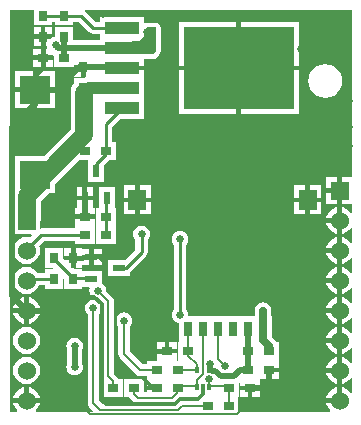
<source format=gbl>
%FSLAX25Y25*%
%MOIN*%
G70*
G01*
G75*
G04 Layer_Physical_Order=2*
G04 Layer_Color=16711680*
%ADD10C,0.03150*%
%ADD11R,0.04134X0.08661*%
%ADD12R,0.03937X0.04331*%
%ADD13R,0.04299X0.02362*%
%ADD14R,0.03500X0.03000*%
%ADD15R,0.02362X0.04299*%
%ADD16R,0.04921X0.07874*%
%ADD17R,0.03000X0.03500*%
%ADD18R,0.09449X0.10236*%
%ADD19O,0.02756X0.09843*%
%ADD20O,0.09843X0.02756*%
%ADD21C,0.01500*%
%ADD22C,0.00800*%
%ADD23C,0.01000*%
%ADD24C,0.02500*%
%ADD25C,0.02000*%
%ADD26C,0.06000*%
%ADD27R,0.06000X0.06000*%
%ADD28C,0.02500*%
%ADD29R,0.05906X0.06693*%
%ADD30R,0.37008X0.27559*%
%ADD31R,0.11811X0.04213*%
%ADD32R,0.10236X0.09449*%
%ADD33R,0.03150X0.05118*%
%ADD34R,0.01181X0.02165*%
%ADD35C,0.01200*%
%ADD36C,0.06000*%
%ADD37C,0.04000*%
G36*
X116173Y80257D02*
X112660D01*
Y75757D01*
Y71258D01*
X116173D01*
Y68372D01*
X115700Y68211D01*
X115120Y68967D01*
X114180Y69688D01*
X113085Y70142D01*
X112660Y70198D01*
Y65756D01*
Y61317D01*
X113085Y61373D01*
X114180Y61827D01*
X115120Y62548D01*
X115700Y63304D01*
X116173Y63143D01*
Y58372D01*
X115700Y58211D01*
X115120Y58967D01*
X114180Y59688D01*
X113085Y60142D01*
X112660Y60198D01*
Y55756D01*
Y51317D01*
X113085Y51373D01*
X114180Y51827D01*
X115120Y52548D01*
X115700Y53304D01*
X116173Y53143D01*
Y48372D01*
X115700Y48211D01*
X115120Y48967D01*
X114180Y49688D01*
X113085Y50142D01*
X112660Y50198D01*
Y45757D01*
Y41317D01*
X113085Y41373D01*
X114180Y41827D01*
X115120Y42548D01*
X115700Y43304D01*
X116173Y43143D01*
Y38372D01*
X115700Y38211D01*
X115120Y38967D01*
X114180Y39688D01*
X113085Y40142D01*
X112660Y40198D01*
Y35756D01*
Y31317D01*
X113085Y31373D01*
X114180Y31827D01*
X115120Y32548D01*
X115700Y33304D01*
X116173Y33143D01*
Y28372D01*
X115700Y28211D01*
X115120Y28967D01*
X114180Y29688D01*
X113085Y30142D01*
X112660Y30198D01*
Y25756D01*
Y21317D01*
X113085Y21373D01*
X114180Y21827D01*
X115120Y22548D01*
X115700Y23304D01*
X116173Y23143D01*
Y18372D01*
X115700Y18211D01*
X115120Y18967D01*
X114180Y19688D01*
X113085Y20142D01*
X112660Y20198D01*
Y15756D01*
Y11317D01*
X113085Y11373D01*
X114180Y11827D01*
X115120Y12548D01*
X115700Y13304D01*
X116173Y13143D01*
Y8372D01*
X115700Y8211D01*
X115120Y8967D01*
X114180Y9688D01*
X113085Y10142D01*
X112660Y10198D01*
Y5756D01*
X111911D01*
Y5007D01*
X107470D01*
X107526Y4583D01*
X107980Y3488D01*
X108701Y2548D01*
X108880Y2411D01*
X108719Y1937D01*
X78160D01*
Y7000D01*
X78260D01*
Y11533D01*
X78689Y11790D01*
X78760Y11752D01*
Y10750D01*
X85260D01*
Y12915D01*
X85260Y12915D01*
X85260Y12915D01*
D01*
X87760D01*
Y15916D01*
X88509D01*
Y16665D01*
X91760D01*
Y18915D01*
X91660D01*
Y19257D01*
X91660D01*
Y25258D01*
X90831D01*
X90812Y25302D01*
X90372Y25876D01*
X89485Y26763D01*
Y33816D01*
X89184D01*
Y35757D01*
X89090Y36475D01*
X88812Y37144D01*
X88372Y37719D01*
X87797Y38160D01*
X87128Y38437D01*
X86410Y38531D01*
X85692Y38437D01*
X85023Y38160D01*
X84449Y37719D01*
X84008Y37144D01*
X83731Y36475D01*
X83636Y35757D01*
Y33816D01*
X61825D01*
X61495Y34192D01*
X61523Y34399D01*
X61428Y35117D01*
X61151Y35786D01*
X60788Y36259D01*
Y57643D01*
X61151Y58116D01*
X61428Y58785D01*
X61523Y59503D01*
X61428Y60221D01*
X61151Y60890D01*
X60710Y61464D01*
X60136Y61905D01*
X59467Y62182D01*
X58749Y62277D01*
X58031Y62182D01*
X57362Y61905D01*
X56788Y61464D01*
X56347Y60890D01*
X56070Y60221D01*
X55975Y59503D01*
X56070Y58785D01*
X56347Y58116D01*
X56710Y57643D01*
Y36259D01*
X56347Y35786D01*
X56070Y35117D01*
X55975Y34399D01*
X56070Y33681D01*
X56347Y33012D01*
X56788Y32438D01*
X57362Y31997D01*
X58031Y31720D01*
X58335Y31680D01*
Y25698D01*
X58335D01*
Y25433D01*
X58160Y25258D01*
X58160D01*
Y19257D01*
D01*
Y19257D01*
X57818Y18915D01*
X57660D01*
Y18915D01*
Y19257D01*
X57660Y19268D01*
X57660D01*
D01*
Y19268D01*
X57660D01*
D01*
Y21508D01*
X51160D01*
Y19268D01*
X51160Y19268D01*
X51160D01*
X51160Y19257D01*
X50818Y18915D01*
X47660D01*
Y17852D01*
X46298D01*
X42048Y22102D01*
Y30420D01*
X42072Y30439D01*
X42512Y31013D01*
X42790Y31682D01*
X42884Y32400D01*
X42790Y33118D01*
X42512Y33787D01*
X42072Y34361D01*
X41497Y34802D01*
X40828Y35079D01*
X40110Y35174D01*
X39392Y35079D01*
X38723Y34802D01*
X38149Y34361D01*
X37708Y33787D01*
X37431Y33118D01*
X37337Y32400D01*
X37431Y31682D01*
X37708Y31013D01*
X38149Y30439D01*
X38173Y30420D01*
Y21300D01*
X38173Y21300D01*
X38173D01*
X38320Y20559D01*
X38740Y19930D01*
X44126Y14545D01*
X44754Y14125D01*
X45495Y13978D01*
X47660D01*
Y12915D01*
Y10750D01*
X50911D01*
Y9250D01*
X47660D01*
Y8637D01*
X46660D01*
Y13000D01*
X40160D01*
Y7000D01*
X41726D01*
X42040Y6530D01*
X43240Y5330D01*
X43426Y5206D01*
X43281Y4728D01*
X32994D01*
X31829Y5893D01*
Y34555D01*
X31853Y34573D01*
X32294Y35148D01*
X32383Y35361D01*
X32873Y35264D01*
Y13800D01*
X33020Y13059D01*
X33160Y12849D01*
Y7000D01*
X39660D01*
Y13000D01*
X38161D01*
X37780Y13570D01*
X36748Y14602D01*
Y38917D01*
X36600Y39658D01*
X36180Y40286D01*
X34062Y42404D01*
X34066Y42435D01*
X33971Y43152D01*
X33694Y43821D01*
X33253Y44396D01*
X32860Y44698D01*
Y48939D01*
X26210D01*
Y49507D01*
X23583D01*
X23305Y49923D01*
X23340Y50007D01*
X22687D01*
X22460Y50234D01*
Y52508D01*
X20210D01*
Y53137D01*
X20126Y53102D01*
X19710Y53380D01*
Y56507D01*
X13710D01*
Y50007D01*
X16523D01*
X16801Y49592D01*
X16766Y49507D01*
X13710D01*
Y48297D01*
X11303D01*
X10789Y48967D01*
X9849Y49688D01*
X8754Y50142D01*
X7580Y50296D01*
X6405Y50142D01*
X5310Y49688D01*
X4370Y48967D01*
X3649Y48027D01*
X3195Y46932D01*
X3041Y45757D01*
X3195Y44583D01*
X3649Y43488D01*
X4370Y42548D01*
X5310Y41827D01*
X6405Y41373D01*
X7580Y41219D01*
X8754Y41373D01*
X9849Y41827D01*
X10789Y42548D01*
X11510Y43488D01*
X11813Y44218D01*
X13710D01*
Y43007D01*
X19710D01*
Y46563D01*
X19794Y46598D01*
X20210Y46320D01*
Y43007D01*
X26210D01*
Y43576D01*
X28339D01*
X28616Y43161D01*
X28613Y43152D01*
X28518Y42435D01*
X28613Y41717D01*
X28890Y41048D01*
X29331Y40473D01*
X29905Y40033D01*
X30574Y39755D01*
X31292Y39661D01*
X31322Y39665D01*
X31891Y39096D01*
X31562Y38720D01*
X31279Y38937D01*
X30610Y39214D01*
X29892Y39308D01*
X29174Y39214D01*
X28505Y38937D01*
X27931Y38496D01*
X27490Y37922D01*
X27213Y37253D01*
X27118Y36535D01*
X27213Y35817D01*
X27490Y35148D01*
X27931Y34573D01*
X27955Y34555D01*
Y5091D01*
X27955Y5091D01*
X27955D01*
X28102Y4349D01*
X28522Y3721D01*
X29844Y2399D01*
X29653Y1937D01*
X10771D01*
X10610Y2411D01*
X10789Y2548D01*
X11510Y3488D01*
X11964Y4583D01*
X12020Y5007D01*
X3139D01*
X3195Y4583D01*
X3649Y3488D01*
X4370Y2548D01*
X4549Y2411D01*
X4388Y1937D01*
X1937D01*
Y135858D01*
X10110D01*
Y130850D01*
X16110D01*
Y132061D01*
X17110D01*
Y130850D01*
X23110D01*
Y132061D01*
X24833D01*
X28307Y128587D01*
X28307D01*
X28307Y128587D01*
X28307D01*
X28307Y128587D01*
Y128587D01*
X28307Y128587D01*
Y128587D01*
X28969Y128145D01*
X29749Y127990D01*
X32005D01*
Y126423D01*
Y125885D01*
X23110D01*
Y130350D01*
X17110D01*
Y126913D01*
X16531Y126837D01*
X16526Y126835D01*
X16110Y127112D01*
Y126663D01*
X15862Y126560D01*
X15588Y126350D01*
X13860D01*
Y123850D01*
X14287D01*
X14493Y123395D01*
X14235Y123100D01*
X13860D01*
Y120850D01*
X16360D01*
Y120942D01*
X16431Y120980D01*
X16860Y120723D01*
Y117100D01*
X23214D01*
X23568Y116747D01*
Y117665D01*
X26569D01*
Y116916D01*
X27318D01*
Y113665D01*
X26901D01*
X26924Y113551D01*
X26606Y113165D01*
X23568D01*
Y111566D01*
X22880Y110669D01*
X22426Y109575D01*
X22271Y108400D01*
Y96080D01*
X13500Y87309D01*
X3792D01*
Y76186D01*
X3779Y76169D01*
X3592Y75716D01*
X3326Y75075D01*
X3171Y73900D01*
X3171Y73900D01*
X3171D01*
X3171Y73900D01*
X3171D01*
Y70258D01*
X3080D01*
Y61257D01*
X9173D01*
X9364Y60795D01*
X8716Y60147D01*
X7580Y60296D01*
X6405Y60142D01*
X5310Y59688D01*
X4370Y58967D01*
X3649Y58027D01*
X3195Y56932D01*
X3041Y55757D01*
X3195Y54583D01*
X3649Y53488D01*
X4370Y52548D01*
X5310Y51827D01*
X6405Y51373D01*
X7580Y51219D01*
X8754Y51373D01*
X9849Y51827D01*
X10789Y52548D01*
X11510Y53488D01*
X11964Y54583D01*
X12118Y55757D01*
X11964Y56932D01*
X11760Y57424D01*
X13397Y59061D01*
X23860D01*
Y58100D01*
X30360D01*
Y64100D01*
Y66350D01*
X23860D01*
Y64100D01*
Y63139D01*
X12553D01*
X12466Y63122D01*
X12079Y63439D01*
Y65047D01*
X12094Y65083D01*
X12249Y66258D01*
Y72020D01*
X15089Y74860D01*
X17028D01*
Y77999D01*
X25129Y86100D01*
X27989D01*
Y85994D01*
X27989D01*
Y78694D01*
X33351D01*
Y84357D01*
X35094Y86100D01*
X37360D01*
Y92100D01*
X36149D01*
Y97113D01*
X38688Y99651D01*
X46816D01*
Y106344D01*
Y113037D01*
Y115893D01*
X39409D01*
Y117393D01*
X46816D01*
Y119628D01*
X49749D01*
X50334Y119745D01*
X50830Y120076D01*
X51830Y121076D01*
X52162Y121572D01*
X52278Y122158D01*
Y130157D01*
X52162Y130743D01*
X51830Y131239D01*
X51334Y131570D01*
X50749Y131687D01*
X47749D01*
X47202Y131578D01*
X46816Y131895D01*
Y133635D01*
X32005D01*
Y132068D01*
X30593D01*
X27120Y135542D01*
X27216Y135858D01*
X116173D01*
Y80257D01*
D02*
G37*
G36*
X50749Y122158D02*
X49749Y121158D01*
X42749D01*
Y122158D01*
Y125657D01*
X45249D01*
X46749Y127157D01*
Y128657D01*
Y129157D01*
X47749Y130157D01*
X50749D01*
Y122158D01*
D02*
G37*
%LPC*%
G36*
X111160Y40198D02*
X110735Y40142D01*
X109641Y39688D01*
X108701Y38967D01*
X107980Y38027D01*
X107526Y36932D01*
X107470Y36507D01*
X111160D01*
Y40198D01*
D02*
G37*
G36*
Y45008D02*
X107470D01*
X107526Y44583D01*
X107980Y43488D01*
X108701Y42548D01*
X109641Y41827D01*
X110735Y41373D01*
X111160Y41317D01*
Y45008D01*
D02*
G37*
G36*
Y50198D02*
X110735Y50142D01*
X109641Y49688D01*
X108701Y48967D01*
X107980Y48027D01*
X107526Y46932D01*
X107470Y46507D01*
X111160D01*
Y50198D01*
D02*
G37*
G36*
X8330Y40198D02*
Y36507D01*
X12020D01*
X11964Y36932D01*
X11510Y38027D01*
X10789Y38967D01*
X9849Y39688D01*
X8754Y40142D01*
X8330Y40198D01*
D02*
G37*
G36*
X111160Y35008D02*
X107470D01*
X107526Y34583D01*
X107980Y33488D01*
X108701Y32548D01*
X109641Y31827D01*
X110735Y31373D01*
X111160Y31317D01*
Y35008D01*
D02*
G37*
G36*
X6830Y40198D02*
X6405Y40142D01*
X5310Y39688D01*
X4370Y38967D01*
X3649Y38027D01*
X3195Y36932D01*
X3139Y36507D01*
X6830D01*
Y40198D01*
D02*
G37*
G36*
X12020Y35008D02*
X8330D01*
Y31317D01*
X8754Y31373D01*
X9849Y31827D01*
X10789Y32548D01*
X11510Y33488D01*
X11964Y34583D01*
X12020Y35008D01*
D02*
G37*
G36*
X26210Y56507D02*
X23960D01*
Y53256D01*
Y50007D01*
X26210D01*
Y51057D01*
X28460D01*
Y53737D01*
Y56419D01*
X26210D01*
Y56507D01*
D02*
G37*
G36*
X45910Y64031D02*
X45192Y63937D01*
X44523Y63660D01*
X43949Y63219D01*
X43508Y62644D01*
X43231Y61975D01*
X43137Y61257D01*
X43231Y60540D01*
X43508Y59871D01*
X43871Y59398D01*
Y56102D01*
X40448Y52679D01*
X34647D01*
Y47317D01*
X41946D01*
Y48458D01*
X42092Y48556D01*
X47352Y53816D01*
X47794Y54477D01*
X47949Y55257D01*
D01*
D01*
D01*
D01*
D01*
X47949D01*
D01*
D01*
D01*
D01*
Y55257D01*
X47949D01*
D01*
Y55257D01*
D01*
D01*
D01*
D01*
D01*
D01*
D01*
D01*
D01*
D01*
D01*
D01*
Y55257D01*
D01*
X47949D01*
D01*
D01*
D01*
D01*
X47949Y55257D01*
Y59398D01*
X48312Y59871D01*
X48590Y60540D01*
X48684Y61257D01*
X48590Y61975D01*
X48312Y62644D01*
X47872Y63219D01*
X47297Y63660D01*
X46628Y63937D01*
X45910Y64031D01*
D02*
G37*
G36*
X111160Y60198D02*
X110735Y60142D01*
X109641Y59688D01*
X108701Y58967D01*
X107980Y58027D01*
X107526Y56932D01*
X107470Y56507D01*
X111160D01*
Y60198D01*
D02*
G37*
G36*
X37091Y76907D02*
X31729D01*
Y70100D01*
X30860D01*
Y64100D01*
Y58100D01*
X37360D01*
Y64100D01*
Y70100D01*
X37091D01*
Y76907D01*
D02*
G37*
G36*
X32860Y56419D02*
X29960D01*
Y54488D01*
X32860D01*
Y56419D01*
D02*
G37*
G36*
Y52988D02*
X29960D01*
Y51057D01*
X32860D01*
Y52988D01*
D02*
G37*
G36*
X111160Y55007D02*
X107470D01*
X107526Y54583D01*
X107980Y53488D01*
X108701Y52548D01*
X109641Y51827D01*
X110735Y51373D01*
X111160Y51317D01*
Y55007D01*
D02*
G37*
G36*
X22460Y56507D02*
X20210D01*
Y54008D01*
X22460D01*
Y56507D01*
D02*
G37*
G36*
X6830Y35008D02*
X3139D01*
X3195Y34583D01*
X3649Y33488D01*
X4370Y32548D01*
X5310Y31827D01*
X6405Y31373D01*
X6830Y31317D01*
Y35008D01*
D02*
G37*
G36*
X85260Y9250D02*
X82760D01*
Y7000D01*
X85260D01*
Y9250D01*
D02*
G37*
G36*
X7580Y20296D02*
X6405Y20142D01*
X5310Y19688D01*
X4370Y18967D01*
X3649Y18027D01*
X3195Y16932D01*
X3041Y15757D01*
X3195Y14583D01*
X3649Y13488D01*
X4370Y12548D01*
X5310Y11827D01*
X6405Y11373D01*
X7580Y11219D01*
X8754Y11373D01*
X9849Y11827D01*
X10789Y12548D01*
X11510Y13488D01*
X11964Y14583D01*
X12118Y15757D01*
X11964Y16932D01*
X11510Y18027D01*
X10789Y18967D01*
X9849Y19688D01*
X8754Y20142D01*
X7580Y20296D01*
D02*
G37*
G36*
X111160Y15008D02*
X107470D01*
X107526Y14583D01*
X107980Y13488D01*
X108701Y12548D01*
X109641Y11827D01*
X110735Y11373D01*
X111160Y11317D01*
Y15008D01*
D02*
G37*
G36*
X81260Y9250D02*
X78760D01*
Y7000D01*
X81260D01*
Y9250D01*
D02*
G37*
G36*
X6830Y10198D02*
X6405Y10142D01*
X5310Y9688D01*
X4370Y8967D01*
X3649Y8027D01*
X3195Y6932D01*
X3139Y6508D01*
X6830D01*
Y10198D01*
D02*
G37*
G36*
X8330D02*
Y6508D01*
X12020D01*
X11964Y6932D01*
X11510Y8027D01*
X10789Y8967D01*
X9849Y9688D01*
X8754Y10142D01*
X8330Y10198D01*
D02*
G37*
G36*
X111160D02*
X110735Y10142D01*
X109641Y9688D01*
X108701Y8967D01*
X107980Y8027D01*
X107526Y6932D01*
X107470Y6508D01*
X111160D01*
Y10198D01*
D02*
G37*
G36*
X91760Y15165D02*
X89260D01*
Y12915D01*
X91760D01*
Y15165D01*
D02*
G37*
G36*
X53660Y25258D02*
X51160D01*
Y23008D01*
X53660D01*
Y25258D01*
D02*
G37*
G36*
X57660D02*
X55160D01*
Y23008D01*
X57660D01*
Y25258D01*
D02*
G37*
G36*
X111160Y30198D02*
X110735Y30142D01*
X109641Y29688D01*
X108701Y28967D01*
X107980Y28027D01*
X107526Y26932D01*
X107470Y26507D01*
X111160D01*
Y30198D01*
D02*
G37*
G36*
Y25008D02*
X107470D01*
X107526Y24583D01*
X107980Y23488D01*
X108701Y22548D01*
X109641Y21827D01*
X110735Y21373D01*
X111160Y21317D01*
Y25008D01*
D02*
G37*
G36*
X23610Y26774D02*
X22892Y26679D01*
X22223Y26402D01*
X21649Y25961D01*
X21208Y25387D01*
X20931Y24718D01*
X20836Y24000D01*
X20931Y23282D01*
X21061Y22968D01*
Y18032D01*
X20931Y17718D01*
X20836Y17000D01*
X20931Y16282D01*
X21208Y15613D01*
X21649Y15039D01*
X22223Y14598D01*
X22892Y14321D01*
X23610Y14226D01*
X24328Y14321D01*
X24997Y14598D01*
X25572Y15039D01*
X26012Y15613D01*
X26289Y16282D01*
X26384Y17000D01*
X26289Y17718D01*
X26159Y18032D01*
Y22968D01*
X26289Y23282D01*
X26384Y24000D01*
X26289Y24718D01*
X26012Y25387D01*
X25572Y25961D01*
X24997Y26402D01*
X24328Y26679D01*
X23610Y26774D01*
D02*
G37*
G36*
X111160Y20198D02*
X110735Y20142D01*
X109641Y19688D01*
X108701Y18967D01*
X107980Y18027D01*
X107526Y16932D01*
X107470Y16508D01*
X111160D01*
Y20198D01*
D02*
G37*
G36*
X7580Y30296D02*
X6405Y30142D01*
X5310Y29688D01*
X4370Y28967D01*
X3649Y28027D01*
X3195Y26932D01*
X3041Y25758D01*
X3195Y24583D01*
X3649Y23488D01*
X4370Y22548D01*
X5310Y21827D01*
X6405Y21373D01*
X7580Y21219D01*
X8754Y21373D01*
X9849Y21827D01*
X10789Y22548D01*
X11510Y23488D01*
X11964Y24583D01*
X12118Y25758D01*
X11964Y26932D01*
X11510Y28027D01*
X10789Y28967D01*
X9849Y29688D01*
X8754Y30142D01*
X7580Y30296D01*
D02*
G37*
G36*
X9660Y115655D02*
X3792D01*
Y110181D01*
X9660D01*
Y115655D01*
D02*
G37*
G36*
X17028D02*
X11160D01*
Y110181D01*
X17028D01*
Y115655D01*
D02*
G37*
G36*
X25818Y116165D02*
X23568D01*
Y113665D01*
X25818D01*
Y116165D01*
D02*
G37*
G36*
X107112Y117955D02*
X105649Y117762D01*
X104285Y117197D01*
X103113Y116299D01*
X102215Y115128D01*
X101650Y113764D01*
X101457Y112300D01*
X101650Y110836D01*
X102215Y109473D01*
X103113Y108301D01*
X104285Y107403D01*
X105649Y106838D01*
X107112Y106645D01*
X108576Y106838D01*
X109940Y107403D01*
X111111Y108301D01*
X112010Y109473D01*
X112575Y110836D01*
X112767Y112300D01*
X112575Y113764D01*
X112010Y115128D01*
X111111Y116299D01*
X109940Y117197D01*
X108576Y117762D01*
X107112Y117955D01*
D02*
G37*
G36*
X98302Y115933D02*
X79048D01*
Y101403D01*
X98302D01*
Y115933D01*
D02*
G37*
G36*
X9660Y108681D02*
X3792D01*
Y103206D01*
X9660D01*
Y108681D01*
D02*
G37*
G36*
X17028D02*
X11160D01*
Y103206D01*
X17028D01*
Y108681D01*
D02*
G37*
G36*
X12360Y119350D02*
X9860D01*
Y117100D01*
X12360D01*
Y119350D01*
D02*
G37*
G36*
Y126350D02*
X10110D01*
Y123850D01*
X12360D01*
Y126350D01*
D02*
G37*
G36*
Y130350D02*
X10110D01*
Y127850D01*
X12360D01*
Y130350D01*
D02*
G37*
G36*
X16110D02*
X13860D01*
Y127850D01*
X16110D01*
Y130350D01*
D02*
G37*
G36*
X12360Y123100D02*
X9860D01*
Y120850D01*
X12360D01*
Y123100D01*
D02*
G37*
G36*
X16360Y119350D02*
X13860D01*
Y117100D01*
X16360D01*
Y119350D01*
D02*
G37*
G36*
X77548Y131962D02*
X58294D01*
Y117433D01*
X77548D01*
Y131962D01*
D02*
G37*
G36*
X98302D02*
X79048D01*
Y117433D01*
X98302D01*
Y131962D01*
D02*
G37*
G36*
X77548Y115933D02*
X58294D01*
Y101403D01*
X77548D01*
Y115933D01*
D02*
G37*
G36*
X100503Y71921D02*
X96800D01*
Y67824D01*
X100503D01*
Y71921D01*
D02*
G37*
G36*
X105705D02*
X102003D01*
Y67824D01*
X105705D01*
Y71921D01*
D02*
G37*
G36*
X29611Y72508D02*
X24249D01*
Y70100D01*
X23860D01*
Y67850D01*
X30360D01*
Y70100D01*
X29611D01*
Y72508D01*
D02*
G37*
G36*
X49013Y71921D02*
X45310D01*
Y67824D01*
X49013D01*
Y71921D01*
D02*
G37*
G36*
X111160Y65008D02*
X107470D01*
X107526Y64583D01*
X107980Y63488D01*
X108701Y62548D01*
X109641Y61827D01*
X110735Y61373D01*
X111160Y61317D01*
Y65008D01*
D02*
G37*
G36*
Y70198D02*
X110735Y70142D01*
X109641Y69688D01*
X108701Y68967D01*
X107980Y68027D01*
X107526Y66932D01*
X107470Y66508D01*
X111160D01*
Y70198D01*
D02*
G37*
G36*
X43810Y71921D02*
X40107D01*
Y67824D01*
X43810D01*
Y71921D01*
D02*
G37*
G36*
X111160Y75007D02*
X107410D01*
Y71258D01*
X111160D01*
Y75007D01*
D02*
G37*
G36*
X26180Y76907D02*
X24249D01*
Y74007D01*
X26180D01*
Y76907D01*
D02*
G37*
G36*
X29611D02*
X27680D01*
Y74007D01*
X29611D01*
Y76907D01*
D02*
G37*
G36*
X111160Y80257D02*
X107410D01*
Y76508D01*
X111160D01*
Y80257D01*
D02*
G37*
G36*
X105705Y77517D02*
X102003D01*
Y73421D01*
X105705D01*
Y77517D01*
D02*
G37*
G36*
X43810D02*
X40107D01*
Y73421D01*
X43810D01*
Y77517D01*
D02*
G37*
G36*
X49013D02*
X45310D01*
Y73421D01*
X49013D01*
Y77517D01*
D02*
G37*
G36*
X100503D02*
X96800D01*
Y73421D01*
X100503D01*
Y77517D01*
D02*
G37*
%LPD*%
D13*
X29210Y46257D02*
D03*
Y53738D02*
D03*
X38297Y49998D02*
D03*
D14*
X43410Y10000D02*
D03*
X36410D02*
D03*
X20110Y120100D02*
D03*
X13110D02*
D03*
X34110Y89100D02*
D03*
X27110D02*
D03*
Y67100D02*
D03*
X34110D02*
D03*
X27110Y61100D02*
D03*
X34110D02*
D03*
X54410Y22257D02*
D03*
X81410D02*
D03*
X88410D02*
D03*
X50910Y10000D02*
D03*
X67910Y4000D02*
D03*
X74910D02*
D03*
X50910Y15915D02*
D03*
X57910D02*
D03*
X88510D02*
D03*
X61410Y22257D02*
D03*
X82010Y10000D02*
D03*
X75010D02*
D03*
X57910D02*
D03*
X81510Y15915D02*
D03*
D15*
X30670Y82344D02*
D03*
X34410Y73257D02*
D03*
X26930D02*
D03*
D17*
X26568Y109915D02*
D03*
Y116915D02*
D03*
X23210Y53258D02*
D03*
Y46257D02*
D03*
X16710Y53258D02*
D03*
Y46257D02*
D03*
X13110Y134100D02*
D03*
Y127100D02*
D03*
X20110Y134100D02*
D03*
Y127100D02*
D03*
D21*
X42510Y36600D02*
X44210Y34900D01*
Y23200D02*
Y34900D01*
Y23200D02*
X45153Y22257D01*
X54410D01*
X13110Y116900D02*
Y120100D01*
X10410Y114200D02*
X13110Y116900D01*
Y120100D02*
Y127100D01*
X26548Y53738D02*
X29210D01*
X26068Y53258D02*
X26548Y53738D01*
X23210Y53258D02*
X26068D01*
X10410Y109431D02*
Y114200D01*
Y109431D02*
X17441D01*
D22*
X82010Y5610D02*
Y10000D01*
X28810Y1400D02*
X77800D01*
X82010Y5610D01*
X25010Y36900D02*
Y40200D01*
X31292Y42435D02*
X34810Y38917D01*
Y13800D02*
X36410Y12200D01*
X34810Y13800D02*
Y38917D01*
X36410Y10000D02*
Y12200D01*
X40110Y21300D02*
Y32400D01*
X29892Y5091D02*
Y36535D01*
X40110Y21300D02*
X45495Y15915D01*
X50910D01*
X26810Y3400D02*
Y35100D01*
Y3400D02*
X28810Y1400D01*
X25010Y36900D02*
X26810Y35100D01*
X32192Y2791D02*
X58201D01*
X29892Y5091D02*
X32192Y2791D01*
X58201D02*
X59410Y4000D01*
X43410Y7900D02*
X44610Y6700D01*
X56042D02*
X57910Y8568D01*
X44610Y6700D02*
X56042D01*
X71410Y19500D02*
Y29757D01*
Y19500D02*
X73610Y17300D01*
X59410Y4000D02*
X67910D01*
X75010Y4515D02*
Y10515D01*
X74925Y10600D02*
X75010Y10515D01*
X68379Y10600D02*
X74925D01*
X68379D02*
X68510Y10731D01*
Y12815D01*
X61568Y20789D02*
X64442Y17915D01*
Y15915D02*
Y17915D01*
X66410Y14615D02*
Y29757D01*
X43410Y7900D02*
Y10000D01*
X58510Y10600D02*
X64442D01*
X57910Y10000D02*
X58510Y10600D01*
X64442D02*
Y12646D01*
X66410Y14615D01*
X61568Y20789D02*
Y22758D01*
X57910Y15915D02*
X64442D01*
X61410Y22758D02*
Y29757D01*
Y22758D02*
X61568D01*
D23*
X36910Y16200D02*
Y43500D01*
X39410Y13700D02*
X45910D01*
X29210Y53738D02*
X31772D01*
X34110Y51400D01*
Y46300D02*
Y51400D01*
Y46300D02*
X36910Y43500D01*
Y16200D02*
X39410Y13700D01*
X45910D02*
X49610Y10000D01*
X50910D01*
X7710Y46257D02*
X16710D01*
X12553Y61100D02*
X27110D01*
X7710Y56257D02*
X12553Y61100D01*
X34110Y88000D02*
Y97957D01*
X39410Y103258D01*
X30670Y84560D02*
X34110Y88000D01*
X30670Y82344D02*
Y84560D01*
X34110Y61100D02*
Y72957D01*
X34410Y73257D01*
X23210Y46600D02*
X28868D01*
X29210Y46257D01*
X23210D02*
Y46600D01*
X16710Y53100D02*
X23210Y46600D01*
X16710Y53100D02*
Y53258D01*
X64383Y10915D02*
X64442D01*
X38297Y49998D02*
X40650D01*
X45910Y55257D01*
Y61257D01*
X58749Y34399D02*
Y59503D01*
X25678Y134100D02*
X29749Y130029D01*
X13110Y134100D02*
X25678D01*
X29749Y130029D02*
X39410D01*
D24*
X86410Y25915D02*
X88410Y23915D01*
Y22257D02*
Y23915D01*
X86410Y25915D02*
Y35757D01*
D25*
X22610Y40200D02*
X27110D01*
X18168Y35757D02*
X22610Y40200D01*
X7580Y35757D02*
X18168D01*
X26930Y67280D02*
X27110Y67100D01*
X26930Y67280D02*
Y73257D01*
X39139Y116915D02*
X39410Y116643D01*
X88510Y11600D02*
Y15915D01*
X86910Y10000D02*
X88510Y11600D01*
X82010Y10000D02*
X86910D01*
X81410Y16015D02*
X81510Y15915D01*
X78725D02*
X81510D01*
X81410Y16015D02*
Y29757D01*
X68810Y16357D02*
Y18100D01*
X69410Y15757D02*
X70553D01*
X17249Y124158D02*
X18070Y123336D01*
X20110Y120100D02*
Y127100D01*
X18070Y123336D02*
X39410D01*
X23610Y17000D02*
Y24000D01*
X2610Y97000D02*
X10610Y105000D01*
Y109431D01*
X10410D02*
X17441D01*
X24925Y116915D01*
X39139D01*
X76768Y13958D02*
X78725Y15915D01*
X70553Y15757D02*
X72353Y13958D01*
X68810Y16357D02*
X69410Y15757D01*
X72353Y13958D02*
X76768D01*
X2610Y40727D02*
Y97000D01*
Y40727D02*
X7580Y35757D01*
D26*
X111910Y15757D02*
D03*
Y25758D02*
D03*
Y35757D02*
D03*
Y55757D02*
D03*
X7580D02*
D03*
Y45757D02*
D03*
Y35757D02*
D03*
Y25758D02*
D03*
Y15757D02*
D03*
Y5757D02*
D03*
X111910D02*
D03*
Y65758D02*
D03*
Y45757D02*
D03*
D27*
Y75757D02*
D03*
X7580Y65758D02*
D03*
D28*
X39200Y5400D02*
D03*
X53200Y41100D02*
D03*
X33100Y134600D02*
D03*
X89700Y72700D02*
D03*
X58000Y85700D02*
D03*
X75100Y44100D02*
D03*
X114713Y122838D02*
D03*
X98965D02*
D03*
X95028Y114964D02*
D03*
X115028Y96942D02*
D03*
X68810Y18100D02*
D03*
X68510Y12815D02*
D03*
X73610Y17300D02*
D03*
X114928Y105742D02*
D03*
X115028Y90742D02*
D03*
X95028Y107090D02*
D03*
Y91342D02*
D03*
Y99216D02*
D03*
X40110Y32400D02*
D03*
X31292Y42435D02*
D03*
X29892Y36535D02*
D03*
X86410Y35757D02*
D03*
X45910Y61257D02*
D03*
X58749Y34399D02*
D03*
Y59503D02*
D03*
X17249Y124158D02*
D03*
X47749Y125657D02*
D03*
Y122658D02*
D03*
Y128657D02*
D03*
X23610Y24000D02*
D03*
Y17000D02*
D03*
D29*
X44560Y72671D02*
D03*
X101253D02*
D03*
D30*
X78298Y116683D02*
D03*
D31*
X39410Y116643D02*
D03*
Y109950D02*
D03*
Y123336D02*
D03*
Y130029D02*
D03*
Y103258D02*
D03*
D32*
X10410Y81084D02*
D03*
Y109431D02*
D03*
D33*
X81410Y29757D02*
D03*
X71410D02*
D03*
X61410D02*
D03*
X76410D02*
D03*
X86410D02*
D03*
X66410D02*
D03*
D34*
X66410Y10403D02*
D03*
X68379D02*
D03*
X64442Y16112D02*
D03*
Y10403D02*
D03*
X68379Y16112D02*
D03*
D35*
X66410Y8000D02*
Y10600D01*
X32610Y6300D02*
Y37800D01*
X30210Y40200D02*
X32610Y37800D01*
X34210Y4700D02*
X57110D01*
X32610Y6300D02*
X34210Y4700D01*
X57110D02*
X58810Y6400D01*
X68379Y17669D02*
X68810Y18100D01*
X58810Y6400D02*
X64810D01*
X66410Y8000D01*
X81410Y22758D02*
X81510Y22658D01*
Y17015D02*
Y22658D01*
X27110Y40200D02*
X30210D01*
D36*
X7710Y73900D02*
X12510Y78700D01*
X7710Y66258D02*
Y73900D01*
X26810Y94200D02*
Y108400D01*
X13694Y81084D02*
X26810Y94200D01*
X10410Y81084D02*
X13694D01*
X10410D02*
X12510Y78984D01*
Y78700D02*
Y78984D01*
D37*
X26810Y108400D02*
X28361Y109950D01*
X39410D01*
M02*

</source>
